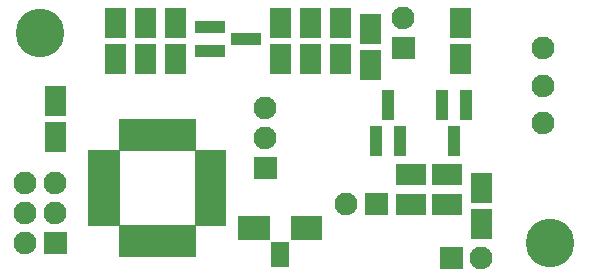
<source format=gbr>
G04 start of page 6 for group -4063 idx -4063 *
G04 Title: (unknown), componentmask *
G04 Creator: pcb 20140316 *
G04 CreationDate: Mon 07 Sep 2020 04:57:56 PM GMT UTC *
G04 For: thomasc *
G04 Format: Gerber/RS-274X *
G04 PCB-Dimensions (mil): 2000.00 1000.00 *
G04 PCB-Coordinate-Origin: lower left *
%MOIN*%
%FSLAX25Y25*%
%LNTOPMASK*%
%ADD50R,0.0400X0.0400*%
%ADD49R,0.0700X0.0700*%
%ADD48R,0.0600X0.0600*%
%ADD47R,0.0800X0.0800*%
%ADD46R,0.0357X0.0357*%
%ADD45C,0.1620*%
%ADD44C,0.0001*%
%ADD43C,0.0760*%
G54D43*X182500Y67500D03*
Y80000D03*
Y55000D03*
G54D44*G36*
X132200Y83800D02*Y76200D01*
X139800D01*
Y83800D01*
X132200D01*
G37*
G54D43*X136000Y90000D03*
G54D45*X15000Y85000D03*
G54D43*X10000Y15000D03*
Y25000D03*
Y35000D03*
G54D44*G36*
X16200Y18800D02*Y11200D01*
X23800D01*
Y18800D01*
X16200D01*
G37*
G54D43*X20000Y25000D03*
Y35000D03*
G54D44*G36*
X86200Y43800D02*Y36200D01*
X93800D01*
Y43800D01*
X86200D01*
G37*
G54D43*X90000Y50000D03*
Y60000D03*
G54D45*X185000Y15000D03*
G54D44*G36*
X123200Y31800D02*Y24200D01*
X130800D01*
Y31800D01*
X123200D01*
G37*
G54D43*X117000Y28000D03*
G54D44*G36*
X148200Y13800D02*Y6200D01*
X155800D01*
Y13800D01*
X148200D01*
G37*
G54D43*X162000Y10000D03*
G54D46*X65000Y19154D02*Y12067D01*
X61850Y19154D02*Y12067D01*
X58701Y19154D02*Y12067D01*
X55551Y19154D02*Y12067D01*
X52402Y19154D02*Y12067D01*
X49252Y19154D02*Y12067D01*
X46102Y19154D02*Y12067D01*
X42953Y19154D02*Y12067D01*
G54D47*X85000Y20000D02*X87500D01*
X102500D02*X105000D01*
G54D48*X95000Y12500D02*Y10000D01*
G54D46*X68150Y34902D02*X75236D01*
X68150Y31752D02*X75236D01*
X68150Y28602D02*X75236D01*
X68150Y25453D02*X75236D01*
X68150Y44350D02*X75236D01*
X68150Y41201D02*X75236D01*
X68150Y38051D02*X75236D01*
X68150Y22303D02*X75236D01*
X32717D02*X39803D01*
X32717Y25453D02*X39803D01*
X32717Y28602D02*X39803D01*
X32717Y31752D02*X39803D01*
X32717Y34902D02*X39803D01*
X32717Y38051D02*X39803D01*
X32717Y41201D02*X39803D01*
X46102Y54587D02*Y47500D01*
X49252Y54587D02*Y47500D01*
X52402Y54587D02*Y47500D01*
X55551Y54587D02*Y47500D01*
X58701Y54587D02*Y47500D01*
X61850Y54587D02*Y47500D01*
X65000Y54587D02*Y47500D01*
G54D49*X20000Y52000D02*Y49000D01*
Y64000D02*Y61000D01*
G54D46*X32717Y44350D02*X39803D01*
X42953Y54587D02*Y47500D01*
G54D49*X40000Y78000D02*Y75000D01*
Y90000D02*Y87000D01*
X50000Y78000D02*Y75000D01*
Y90000D02*Y87000D01*
X60000Y78000D02*Y75000D01*
Y90000D02*Y87000D01*
X95000Y78000D02*Y75000D01*
X115000Y78000D02*Y75000D01*
G54D50*X68500Y79000D02*X74500D01*
G54D49*X155000Y78000D02*Y75000D01*
X125000Y76000D02*Y73000D01*
X95000Y90000D02*Y87000D01*
X115000Y90000D02*Y87000D01*
G54D50*X68500D02*X74500D01*
X80500Y83000D02*X86500D01*
G54D49*X155000Y90000D02*Y87000D01*
X125000Y88000D02*Y85000D01*
X105000Y78000D02*Y75000D01*
Y90000D02*Y87000D01*
G54D50*X127000Y52000D02*Y46000D01*
X135000Y52000D02*Y46000D01*
X131000Y64000D02*Y58000D01*
X157000Y64000D02*Y58000D01*
X149000Y64000D02*Y58000D01*
X153000Y52000D02*Y46000D01*
G54D49*X137000Y38000D02*X140000D01*
X137000Y28000D02*X140000D01*
X149000Y38000D02*X152000D01*
X149000Y28000D02*X152000D01*
X162000Y23000D02*Y20000D01*
Y35000D02*Y32000D01*
M02*

</source>
